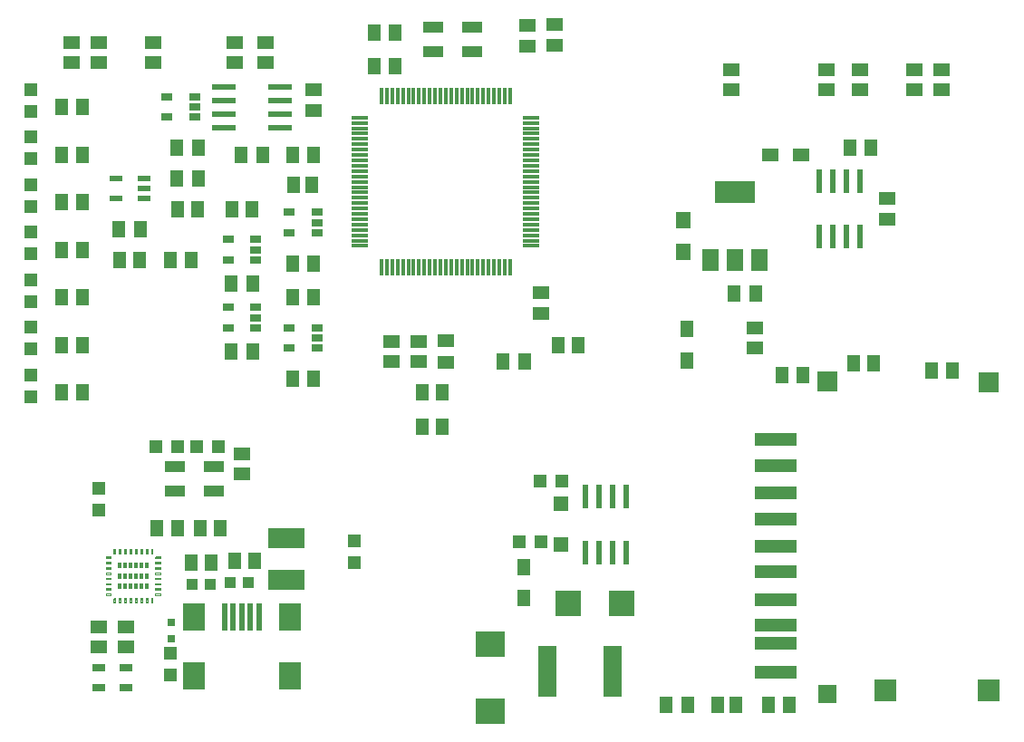
<source format=gtp>
G75*
G70*
%OFA0B0*%
%FSLAX24Y24*%
%IPPOS*%
%LPD*%
%AMOC8*
5,1,8,0,0,1.08239X$1,22.5*
%
%ADD10R,0.0118X0.0236*%
%ADD11C,0.0040*%
%ADD12R,0.0500X0.0500*%
%ADD13R,0.0433X0.0394*%
%ADD14R,0.0197X0.0984*%
%ADD15R,0.0787X0.0984*%
%ADD16R,0.0300X0.0300*%
%ADD17R,0.1339X0.0748*%
%ADD18R,0.0472X0.0315*%
%ADD19R,0.0591X0.0512*%
%ADD20R,0.0512X0.0591*%
%ADD21R,0.0240X0.0870*%
%ADD22R,0.1102X0.0945*%
%ADD23R,0.0689X0.1850*%
%ADD24R,0.0945X0.0945*%
%ADD25R,0.0630X0.0512*%
%ADD26R,0.0748X0.0748*%
%ADD27R,0.0709X0.0669*%
%ADD28R,0.1575X0.0472*%
%ADD29R,0.0800X0.0800*%
%ADD30R,0.0512X0.0630*%
%ADD31R,0.0590X0.0790*%
%ADD32R,0.1500X0.0790*%
%ADD33R,0.0591X0.0138*%
%ADD34R,0.0138X0.0591*%
%ADD35R,0.0551X0.0630*%
%ADD36R,0.0390X0.0272*%
%ADD37R,0.0472X0.0236*%
%ADD38R,0.0866X0.0236*%
%ADD39R,0.0236X0.0866*%
%ADD40R,0.0748X0.0433*%
%ADD41R,0.0551X0.0551*%
%ADD42R,0.0472X0.0591*%
%ADD43R,0.0591X0.0472*%
D10*
X004939Y006163D03*
X005136Y006163D03*
X005333Y006163D03*
X005530Y006163D03*
X005727Y006163D03*
X005924Y006163D03*
X005924Y006556D03*
X005727Y006556D03*
X005530Y006556D03*
X005333Y006556D03*
X005136Y006556D03*
X004939Y006556D03*
X004939Y006950D03*
X005136Y006950D03*
X005333Y006950D03*
X005530Y006950D03*
X005727Y006950D03*
X005924Y006950D03*
D11*
X006248Y006881D02*
X006426Y006881D01*
X006426Y006822D01*
X006248Y006822D01*
X006248Y006881D01*
X006248Y006858D02*
X006426Y006858D01*
X006426Y007019D02*
X006248Y007019D01*
X006248Y007078D01*
X006426Y007078D01*
X006426Y007019D01*
X006426Y007050D02*
X006248Y007050D01*
X006248Y007216D02*
X006426Y007216D01*
X006426Y007275D01*
X006268Y007275D01*
X006248Y007255D01*
X006248Y007216D01*
X006248Y007243D02*
X006426Y007243D01*
X006150Y007393D02*
X006130Y007373D01*
X006091Y007373D01*
X006091Y007550D01*
X006150Y007550D01*
X006150Y007393D01*
X006150Y007397D02*
X006091Y007397D01*
X006091Y007436D02*
X006150Y007436D01*
X006150Y007474D02*
X006091Y007474D01*
X006091Y007513D02*
X006150Y007513D01*
X005953Y007513D02*
X005894Y007513D01*
X005894Y007550D02*
X005953Y007550D01*
X005953Y007373D01*
X005894Y007373D01*
X005894Y007550D01*
X005894Y007474D02*
X005953Y007474D01*
X005953Y007436D02*
X005894Y007436D01*
X005894Y007397D02*
X005953Y007397D01*
X005756Y007397D02*
X005697Y007397D01*
X005697Y007373D02*
X005697Y007550D01*
X005756Y007550D01*
X005756Y007373D01*
X005697Y007373D01*
X005697Y007436D02*
X005756Y007436D01*
X005756Y007474D02*
X005697Y007474D01*
X005697Y007513D02*
X005756Y007513D01*
X005559Y007513D02*
X005500Y007513D01*
X005500Y007550D02*
X005559Y007550D01*
X005559Y007373D01*
X005500Y007373D01*
X005500Y007550D01*
X005500Y007474D02*
X005559Y007474D01*
X005559Y007436D02*
X005500Y007436D01*
X005500Y007397D02*
X005559Y007397D01*
X005363Y007397D02*
X005303Y007397D01*
X005303Y007373D02*
X005303Y007550D01*
X005363Y007550D01*
X005363Y007373D01*
X005303Y007373D01*
X005303Y007436D02*
X005363Y007436D01*
X005363Y007474D02*
X005303Y007474D01*
X005303Y007513D02*
X005363Y007513D01*
X005166Y007513D02*
X005107Y007513D01*
X005107Y007550D02*
X005166Y007550D01*
X005166Y007373D01*
X005107Y007373D01*
X005107Y007550D01*
X005107Y007474D02*
X005166Y007474D01*
X005166Y007436D02*
X005107Y007436D01*
X005107Y007397D02*
X005166Y007397D01*
X004969Y007397D02*
X004910Y007397D01*
X004910Y007373D02*
X004910Y007550D01*
X004969Y007550D01*
X004969Y007373D01*
X004910Y007373D01*
X004910Y007436D02*
X004969Y007436D01*
X004969Y007474D02*
X004910Y007474D01*
X004910Y007513D02*
X004969Y007513D01*
X004772Y007513D02*
X004713Y007513D01*
X004713Y007550D02*
X004772Y007550D01*
X004772Y007373D01*
X004733Y007373D01*
X004713Y007393D01*
X004713Y007550D01*
X004713Y007474D02*
X004772Y007474D01*
X004772Y007436D02*
X004713Y007436D01*
X004713Y007397D02*
X004772Y007397D01*
X004614Y007255D02*
X004614Y007216D01*
X004437Y007216D01*
X004437Y007275D01*
X004595Y007275D01*
X004614Y007255D01*
X004614Y007243D02*
X004437Y007243D01*
X004437Y007078D02*
X004437Y007019D01*
X004614Y007019D01*
X004614Y007078D01*
X004437Y007078D01*
X004437Y007050D02*
X004614Y007050D01*
X004614Y006881D02*
X004614Y006822D01*
X004437Y006822D01*
X004437Y006881D01*
X004614Y006881D01*
X004614Y006858D02*
X004437Y006858D01*
X004437Y006684D02*
X004437Y006625D01*
X004614Y006625D01*
X004614Y006684D01*
X004437Y006684D01*
X004437Y006665D02*
X004614Y006665D01*
X004614Y006626D02*
X004437Y006626D01*
X004437Y006487D02*
X004437Y006428D01*
X004614Y006428D01*
X004614Y006487D01*
X004437Y006487D01*
X004437Y006472D02*
X004614Y006472D01*
X004614Y006434D02*
X004437Y006434D01*
X004437Y006291D02*
X004437Y006231D01*
X004614Y006231D01*
X004614Y006291D01*
X004437Y006291D01*
X004437Y006279D02*
X004614Y006279D01*
X004614Y006241D02*
X004437Y006241D01*
X004437Y006094D02*
X004437Y006035D01*
X004614Y006035D01*
X004614Y006094D01*
X004437Y006094D01*
X004437Y006087D02*
X004614Y006087D01*
X004614Y006048D02*
X004437Y006048D01*
X004437Y005897D02*
X004437Y005838D01*
X004595Y005838D01*
X004614Y005857D01*
X004614Y005897D01*
X004437Y005897D01*
X004437Y005894D02*
X004614Y005894D01*
X004612Y005855D02*
X004437Y005855D01*
X004713Y005720D02*
X004713Y005562D01*
X004772Y005562D01*
X004772Y005739D01*
X004733Y005739D01*
X004713Y005720D01*
X004713Y005701D02*
X004772Y005701D01*
X004772Y005663D02*
X004713Y005663D01*
X004713Y005624D02*
X004772Y005624D01*
X004772Y005586D02*
X004713Y005586D01*
X004910Y005586D02*
X004969Y005586D01*
X004969Y005562D02*
X004910Y005562D01*
X004910Y005739D01*
X004969Y005739D01*
X004969Y005562D01*
X004969Y005624D02*
X004910Y005624D01*
X004910Y005663D02*
X004969Y005663D01*
X004969Y005701D02*
X004910Y005701D01*
X005107Y005701D02*
X005166Y005701D01*
X005166Y005663D02*
X005107Y005663D01*
X005107Y005624D02*
X005166Y005624D01*
X005166Y005586D02*
X005107Y005586D01*
X005107Y005562D02*
X005166Y005562D01*
X005166Y005739D01*
X005107Y005739D01*
X005107Y005562D01*
X005303Y005562D02*
X005363Y005562D01*
X005363Y005739D01*
X005303Y005739D01*
X005303Y005562D01*
X005303Y005586D02*
X005363Y005586D01*
X005363Y005624D02*
X005303Y005624D01*
X005303Y005663D02*
X005363Y005663D01*
X005363Y005701D02*
X005303Y005701D01*
X005500Y005701D02*
X005559Y005701D01*
X005559Y005663D02*
X005500Y005663D01*
X005500Y005624D02*
X005559Y005624D01*
X005559Y005586D02*
X005500Y005586D01*
X005500Y005562D02*
X005559Y005562D01*
X005559Y005739D01*
X005500Y005739D01*
X005500Y005562D01*
X005697Y005562D02*
X005756Y005562D01*
X005756Y005739D01*
X005697Y005739D01*
X005697Y005562D01*
X005697Y005586D02*
X005756Y005586D01*
X005756Y005624D02*
X005697Y005624D01*
X005697Y005663D02*
X005756Y005663D01*
X005756Y005701D02*
X005697Y005701D01*
X005894Y005701D02*
X005953Y005701D01*
X005953Y005663D02*
X005894Y005663D01*
X005894Y005624D02*
X005953Y005624D01*
X005953Y005586D02*
X005894Y005586D01*
X005894Y005562D02*
X005953Y005562D01*
X005953Y005739D01*
X005894Y005739D01*
X005894Y005562D01*
X006091Y005562D02*
X006091Y005739D01*
X006130Y005739D01*
X006150Y005720D01*
X006150Y005562D01*
X006091Y005562D01*
X006091Y005586D02*
X006150Y005586D01*
X006150Y005624D02*
X006091Y005624D01*
X006091Y005663D02*
X006150Y005663D01*
X006150Y005701D02*
X006091Y005701D01*
X006250Y005855D02*
X006426Y005855D01*
X006426Y005838D02*
X006426Y005897D01*
X006248Y005897D01*
X006248Y005857D01*
X006268Y005838D01*
X006426Y005838D01*
X006426Y005894D02*
X006248Y005894D01*
X006248Y006035D02*
X006248Y006094D01*
X006426Y006094D01*
X006426Y006035D01*
X006248Y006035D01*
X006248Y006048D02*
X006426Y006048D01*
X006426Y006087D02*
X006248Y006087D01*
X006248Y006231D02*
X006248Y006291D01*
X006426Y006291D01*
X006426Y006231D01*
X006248Y006231D01*
X006248Y006241D02*
X006426Y006241D01*
X006426Y006279D02*
X006248Y006279D01*
X006248Y006428D02*
X006248Y006487D01*
X006426Y006487D01*
X006426Y006428D01*
X006248Y006428D01*
X006248Y006434D02*
X006426Y006434D01*
X006426Y006472D02*
X006248Y006472D01*
X006248Y006625D02*
X006248Y006684D01*
X006426Y006684D01*
X006426Y006625D01*
X006248Y006625D01*
X006248Y006626D02*
X006426Y006626D01*
X006426Y006665D02*
X006248Y006665D01*
D12*
X004181Y008969D03*
X004181Y009769D03*
X006281Y011306D03*
X007081Y011306D03*
X007778Y011309D03*
X008578Y011309D03*
X013556Y007831D03*
X013556Y007031D03*
X019625Y007806D03*
X020425Y007806D03*
X020406Y010056D03*
X021206Y010056D03*
X006806Y003706D03*
X006806Y002906D03*
X001681Y013156D03*
X001681Y013956D03*
X001681Y014906D03*
X001681Y015706D03*
X001681Y016656D03*
X001681Y017456D03*
X001681Y018406D03*
X001681Y019206D03*
X001681Y020156D03*
X001681Y020956D03*
X001681Y021906D03*
X001681Y022706D03*
X001681Y023656D03*
X001681Y024456D03*
D13*
X007597Y006244D03*
X008266Y006244D03*
X009003Y006306D03*
X009672Y006306D03*
D14*
X009746Y005041D03*
X009431Y005041D03*
X009116Y005041D03*
X008801Y005041D03*
X010061Y005041D03*
D15*
X011203Y005041D03*
X011203Y002875D03*
X007660Y002875D03*
X007660Y005041D03*
D16*
X006838Y004856D03*
X006838Y004256D03*
D17*
X011056Y006414D03*
X011056Y007949D03*
D18*
X004182Y002452D03*
X004182Y003161D03*
X005181Y003161D03*
X005181Y002452D03*
D19*
X005181Y003932D03*
X005181Y004680D03*
X004181Y004680D03*
X004181Y003932D03*
X009432Y010308D03*
X009432Y011056D03*
D20*
X008649Y008306D03*
X007901Y008306D03*
X007055Y008306D03*
X006307Y008306D03*
X007557Y007056D03*
X008305Y007056D03*
X009151Y007119D03*
X009899Y007119D03*
X003555Y013306D03*
X002807Y013306D03*
X002807Y018556D03*
X003555Y018556D03*
X011347Y020931D03*
X012016Y020931D03*
X021057Y015056D03*
X021805Y015056D03*
X026941Y001806D03*
X027610Y001806D03*
D21*
X023556Y007401D03*
X023056Y007401D03*
X022556Y007401D03*
X022056Y007401D03*
X022056Y009461D03*
X022556Y009461D03*
X023056Y009461D03*
X023556Y009461D03*
D22*
X018556Y004046D03*
X018556Y001566D03*
D23*
X020675Y003056D03*
X023056Y003056D03*
D24*
X023416Y005556D03*
X021447Y005556D03*
D25*
X016931Y014413D03*
X016931Y015200D03*
X015931Y015180D03*
X015931Y014432D03*
X014931Y014432D03*
X014931Y015180D03*
X020431Y016194D03*
X020431Y016981D03*
X028306Y015680D03*
X028306Y014932D03*
X033181Y019663D03*
X033181Y020450D03*
X032181Y024432D03*
X032181Y025180D03*
X030931Y025180D03*
X030931Y024432D03*
X034181Y024432D03*
X034181Y025180D03*
X035181Y025180D03*
X035181Y024432D03*
X027431Y024432D03*
X027431Y025180D03*
X020931Y026089D03*
X020931Y026837D03*
X019931Y026805D03*
X019931Y026057D03*
X012056Y024430D03*
X012056Y023682D03*
X010306Y025432D03*
X010306Y026180D03*
X009181Y026180D03*
X009181Y025432D03*
X006181Y025432D03*
X006181Y026180D03*
X004181Y026180D03*
X004181Y025432D03*
X003181Y025432D03*
X003181Y026180D03*
D26*
X030971Y013719D03*
X036916Y013679D03*
D27*
X030971Y002223D03*
D28*
X029081Y003010D03*
X029081Y004073D03*
X029081Y004742D03*
X029081Y005687D03*
X029081Y006711D03*
X029081Y007656D03*
X029081Y008640D03*
X029081Y009624D03*
X029081Y010608D03*
X029081Y011593D03*
D29*
X033093Y002341D03*
X036912Y002341D03*
D30*
X029555Y001806D03*
X028807Y001806D03*
X025825Y001806D03*
X025038Y001806D03*
X016805Y012056D03*
X016057Y012056D03*
X016057Y013306D03*
X016805Y013306D03*
X019038Y014431D03*
X019825Y014431D03*
X012075Y013806D03*
X011288Y013806D03*
X009825Y014806D03*
X009038Y014806D03*
X011307Y016806D03*
X012055Y016806D03*
X012075Y018056D03*
X011288Y018056D03*
X009825Y017306D03*
X009038Y017306D03*
X007575Y018181D03*
X006788Y018181D03*
X005680Y018181D03*
X004932Y018181D03*
X004913Y019306D03*
X005700Y019306D03*
X007057Y020056D03*
X007805Y020056D03*
X007825Y021181D03*
X007038Y021181D03*
X007038Y022306D03*
X007825Y022306D03*
X009413Y022056D03*
X010200Y022056D03*
X011307Y022056D03*
X012055Y022056D03*
X009805Y020056D03*
X009057Y020056D03*
X003555Y020306D03*
X002807Y020306D03*
X002807Y022056D03*
X003555Y022056D03*
X003555Y023806D03*
X002807Y023806D03*
X002807Y016806D03*
X003555Y016806D03*
X003555Y015056D03*
X002807Y015056D03*
X014288Y025306D03*
X015075Y025306D03*
X015075Y026556D03*
X014288Y026556D03*
X027538Y016931D03*
X028325Y016931D03*
X031932Y014369D03*
X032680Y014369D03*
X034807Y014119D03*
X035555Y014119D03*
X030055Y013931D03*
X029307Y013931D03*
X031807Y022306D03*
X032555Y022306D03*
D31*
X028466Y018191D03*
X027566Y018191D03*
X026666Y018191D03*
D32*
X027556Y020671D03*
D33*
X020081Y020663D03*
X020081Y020859D03*
X020081Y021056D03*
X020081Y021253D03*
X020081Y021450D03*
X020081Y021647D03*
X020081Y021844D03*
X020081Y022041D03*
X020081Y022237D03*
X020081Y022434D03*
X020081Y022631D03*
X020081Y022828D03*
X020081Y023025D03*
X020081Y023222D03*
X020081Y023419D03*
X020081Y020466D03*
X020081Y020269D03*
X020081Y020072D03*
X020081Y019875D03*
X020081Y019678D03*
X020081Y019481D03*
X020081Y019285D03*
X020081Y019088D03*
X020081Y018891D03*
X020081Y018694D03*
X013782Y018694D03*
X013782Y018891D03*
X013782Y019088D03*
X013782Y019285D03*
X013782Y019481D03*
X013782Y019678D03*
X013782Y019875D03*
X013782Y020072D03*
X013782Y020269D03*
X013782Y020466D03*
X013782Y020663D03*
X013782Y020859D03*
X013782Y021056D03*
X013782Y021253D03*
X013782Y021450D03*
X013782Y021647D03*
X013782Y021844D03*
X013782Y022041D03*
X013782Y022237D03*
X013782Y022434D03*
X013782Y022631D03*
X013782Y022828D03*
X013782Y023025D03*
X013782Y023222D03*
X013782Y023419D03*
D34*
X014569Y024206D03*
X014766Y024206D03*
X014963Y024206D03*
X015160Y024206D03*
X015357Y024206D03*
X015553Y024206D03*
X015750Y024206D03*
X015947Y024206D03*
X016144Y024206D03*
X016341Y024206D03*
X016538Y024206D03*
X016735Y024206D03*
X016931Y024206D03*
X017128Y024206D03*
X017325Y024206D03*
X017522Y024206D03*
X017719Y024206D03*
X017916Y024206D03*
X018113Y024206D03*
X018309Y024206D03*
X018506Y024206D03*
X018703Y024206D03*
X018900Y024206D03*
X019097Y024206D03*
X019294Y024206D03*
X019294Y017907D03*
X019097Y017907D03*
X018900Y017907D03*
X018703Y017907D03*
X018506Y017907D03*
X018309Y017907D03*
X018113Y017907D03*
X017916Y017907D03*
X017719Y017907D03*
X017522Y017907D03*
X017325Y017907D03*
X017128Y017907D03*
X016931Y017907D03*
X016735Y017907D03*
X016538Y017907D03*
X016341Y017907D03*
X016144Y017907D03*
X015947Y017907D03*
X015750Y017907D03*
X015553Y017907D03*
X015357Y017907D03*
X015160Y017907D03*
X014963Y017907D03*
X014766Y017907D03*
X014569Y017907D03*
D35*
X025681Y018466D03*
X025681Y019647D03*
D36*
X012189Y019556D03*
X012189Y019182D03*
X012189Y019930D03*
X011170Y019930D03*
X011170Y019182D03*
X009939Y018930D03*
X009939Y018556D03*
X009939Y018182D03*
X008920Y018182D03*
X008920Y018930D03*
X008920Y016430D03*
X008920Y015682D03*
X009939Y015682D03*
X009939Y016056D03*
X009939Y016430D03*
X011170Y015680D03*
X011170Y014932D03*
X012189Y014932D03*
X012189Y015306D03*
X012189Y015680D03*
X007689Y023432D03*
X007689Y023806D03*
X007689Y024180D03*
X006670Y024180D03*
X006670Y023432D03*
D37*
X005821Y021180D03*
X005821Y020806D03*
X005821Y020432D03*
X004792Y020432D03*
X004792Y021180D03*
D38*
X008783Y023056D03*
X008783Y023556D03*
X008783Y024056D03*
X008783Y024556D03*
X010830Y024556D03*
X010830Y024056D03*
X010830Y023556D03*
X010830Y023056D03*
D39*
X030681Y021080D03*
X031181Y021080D03*
X031681Y021080D03*
X032181Y021080D03*
X032181Y019033D03*
X031681Y019033D03*
X031181Y019033D03*
X030681Y019033D03*
D40*
X017910Y025854D03*
X017910Y026759D03*
X016453Y026759D03*
X016453Y025854D03*
X008410Y010572D03*
X008410Y009666D03*
X006953Y009666D03*
X006953Y010572D03*
D41*
X021181Y009211D03*
X021181Y007715D03*
D42*
X019806Y006877D03*
X019806Y005735D03*
X025806Y014485D03*
X025806Y015627D03*
D43*
X028861Y022056D03*
X030002Y022056D03*
M02*

</source>
